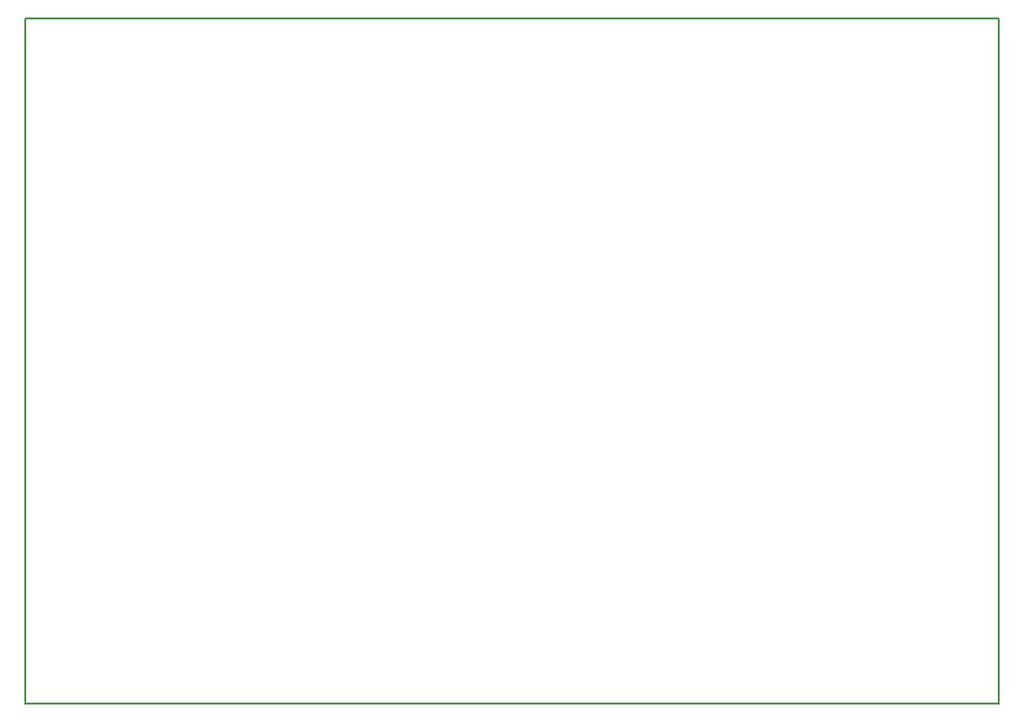
<source format=gm1>
G04 MADE WITH FRITZING*
G04 WWW.FRITZING.ORG*
G04 DOUBLE SIDED*
G04 HOLES PLATED*
G04 CONTOUR ON CENTER OF CONTOUR VECTOR*
%ASAXBY*%
%FSLAX23Y23*%
%MOIN*%
%OFA0B0*%
%SFA1.0B1.0*%
%ADD10R,3.346460X2.362200*%
%ADD11C,0.008000*%
%ADD10C,0.008*%
%LNCONTOUR*%
G90*
G70*
G54D10*
G54D11*
X4Y2358D02*
X3342Y2358D01*
X3342Y4D01*
X4Y4D01*
X4Y2358D01*
D02*
G04 End of contour*
M02*
</source>
